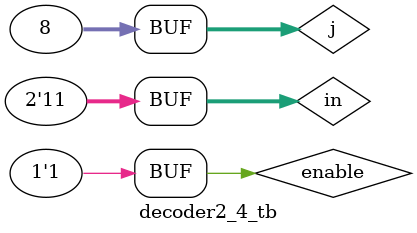
<source format=sv>
module decoder2_4(in, enable, out);
	input logic [1:0] in; input logic enable;
	output logic [3:0] out;
	logic w0, w1;
	
	
	decoder1_2 d0(.in(in[1]), .enable, .out({w1, w0}));
	decoder1_2 d1(.in(in[0]), .enable(w1), .out(out[3:2]));
	decoder1_2 d2(.in(in[0]), .enable(w0), .out(out[1:0]));
	
endmodule

module decoder2_4_tb();
	logic [1:0] in; logic enable; logic [3:0] out;
	
	decoder2_4 dut(.*);
	
	integer j;
	initial begin
		for(j=0; j<8; j++) begin
			{enable, in} = j;
			#10;
		end
	end
endmodule
</source>
